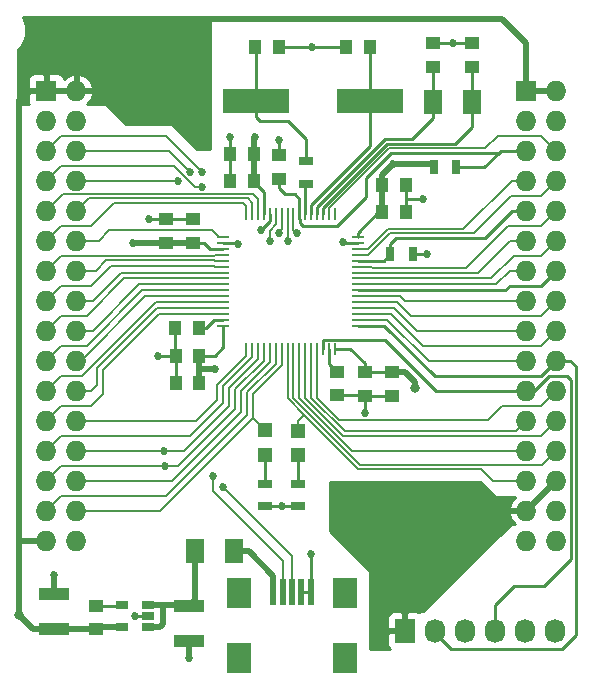
<source format=gtl>
G04 #@! TF.FileFunction,Copper,L1,Top,Signal*
%FSLAX46Y46*%
G04 Gerber Fmt 4.6, Leading zero omitted, Abs format (unit mm)*
G04 Created by KiCad (PCBNEW 4.0.0-rc1-stable) date 10/23/2015 7:55:34 PM*
%MOMM*%
G01*
G04 APERTURE LIST*
%ADD10C,0.100000*%
%ADD11R,0.250000X1.000000*%
%ADD12R,1.000000X0.250000*%
%ADD13R,1.060000X0.650000*%
%ADD14R,0.500380X2.301240*%
%ADD15R,1.998980X2.499360*%
%ADD16R,1.000000X1.250000*%
%ADD17R,1.250000X1.000000*%
%ADD18R,2.500000X1.000000*%
%ADD19R,1.198880X1.198880*%
%ADD20R,1.524000X2.032000*%
%ADD21R,1.727200X2.032000*%
%ADD22O,1.727200X2.032000*%
%ADD23R,1.727200X1.727200*%
%ADD24O,1.727200X1.727200*%
%ADD25R,0.700000X1.300000*%
%ADD26R,1.300000X0.700000*%
%ADD27R,5.600700X2.100580*%
%ADD28C,0.685800*%
%ADD29C,0.838200*%
%ADD30C,0.254000*%
%ADD31C,0.508000*%
%ADD32C,0.203200*%
G04 APERTURE END LIST*
D10*
D11*
X79061000Y-99329000D03*
X78561000Y-99329000D03*
X78061000Y-99329000D03*
X77561000Y-99329000D03*
X77061000Y-99329000D03*
X76561000Y-99329000D03*
X76061000Y-99329000D03*
X75561000Y-99329000D03*
X75061000Y-99329000D03*
X74561000Y-99329000D03*
X74061000Y-99329000D03*
X73561000Y-99329000D03*
X73061000Y-99329000D03*
X72561000Y-99329000D03*
X72061000Y-99329000D03*
X71561000Y-99329000D03*
D12*
X69611000Y-101279000D03*
X69611000Y-101779000D03*
X69611000Y-102279000D03*
X69611000Y-102779000D03*
X69611000Y-103279000D03*
X69611000Y-103779000D03*
X69611000Y-104279000D03*
X69611000Y-104779000D03*
X69611000Y-105279000D03*
X69611000Y-105779000D03*
X69611000Y-106279000D03*
X69611000Y-106779000D03*
X69611000Y-107279000D03*
X69611000Y-107779000D03*
X69611000Y-108279000D03*
X69611000Y-108779000D03*
D11*
X71561000Y-110729000D03*
X72061000Y-110729000D03*
X72561000Y-110729000D03*
X73061000Y-110729000D03*
X73561000Y-110729000D03*
X74061000Y-110729000D03*
X74561000Y-110729000D03*
X75061000Y-110729000D03*
X75561000Y-110729000D03*
X76061000Y-110729000D03*
X76561000Y-110729000D03*
X77061000Y-110729000D03*
X77561000Y-110729000D03*
X78061000Y-110729000D03*
X78561000Y-110729000D03*
X79061000Y-110729000D03*
D12*
X81011000Y-108779000D03*
X81011000Y-108279000D03*
X81011000Y-107779000D03*
X81011000Y-107279000D03*
X81011000Y-106779000D03*
X81011000Y-106279000D03*
X81011000Y-105779000D03*
X81011000Y-105279000D03*
X81011000Y-104779000D03*
X81011000Y-104279000D03*
X81011000Y-103779000D03*
X81011000Y-103279000D03*
X81011000Y-102779000D03*
X81011000Y-102279000D03*
X81011000Y-101779000D03*
X81011000Y-101279000D03*
D13*
X63203000Y-134300000D03*
X63203000Y-133350000D03*
X63203000Y-132400000D03*
X61003000Y-132400000D03*
X61003000Y-134300000D03*
D14*
X73837800Y-131297680D03*
X74637900Y-131297680D03*
X75438000Y-131297680D03*
X76238100Y-131297680D03*
X77038200Y-131297680D03*
D15*
X70987920Y-131396740D03*
X70987920Y-136895840D03*
X79888080Y-131396740D03*
X79888080Y-136895840D03*
D16*
X83058000Y-99187000D03*
X85058000Y-99187000D03*
X83058000Y-96901000D03*
X85058000Y-96901000D03*
D17*
X79248000Y-112665000D03*
X79248000Y-114665000D03*
X83874768Y-112689682D03*
X83874768Y-114689682D03*
X81588768Y-112721682D03*
X81588768Y-114721682D03*
D16*
X65564000Y-108966000D03*
X67564000Y-108966000D03*
D17*
X74295000Y-96361000D03*
X74295000Y-94361000D03*
D16*
X67595974Y-113617878D03*
X65595974Y-113617878D03*
X67579974Y-111331878D03*
X65579974Y-111331878D03*
X80042000Y-85217000D03*
X82042000Y-85217000D03*
X74295000Y-85217000D03*
X72295000Y-85217000D03*
D17*
X90678000Y-84852000D03*
X90678000Y-86852000D03*
X87376000Y-84852000D03*
X87376000Y-86852000D03*
X64741952Y-101750538D03*
X64741952Y-99750538D03*
X67027952Y-101750538D03*
X67027952Y-99750538D03*
D16*
X72204875Y-96507365D03*
X70204875Y-96507365D03*
X72204875Y-94221365D03*
X70204875Y-94221365D03*
D18*
X66675000Y-132485000D03*
X66675000Y-135485000D03*
D17*
X58801000Y-134477000D03*
X58801000Y-132477000D03*
D18*
X55245000Y-134469000D03*
X55245000Y-131469000D03*
D19*
X73152000Y-117602000D03*
X73152000Y-119700040D03*
D20*
X67183000Y-127889000D03*
X70485000Y-127889000D03*
D19*
X75946000Y-117662960D03*
X75946000Y-119761000D03*
D21*
X84963000Y-134620000D03*
D22*
X87503000Y-134620000D03*
X90043000Y-134620000D03*
X92583000Y-134620000D03*
X95123000Y-134620000D03*
X97663000Y-134620000D03*
D23*
X54610000Y-88900000D03*
D24*
X57150000Y-88900000D03*
X54610000Y-91440000D03*
X57150000Y-91440000D03*
X54610000Y-93980000D03*
X57150000Y-93980000D03*
X54610000Y-96520000D03*
X57150000Y-96520000D03*
X54610000Y-99060000D03*
X57150000Y-99060000D03*
X54610000Y-101600000D03*
X57150000Y-101600000D03*
X54610000Y-104140000D03*
X57150000Y-104140000D03*
X54610000Y-106680000D03*
X57150000Y-106680000D03*
X54610000Y-109220000D03*
X57150000Y-109220000D03*
X54610000Y-111760000D03*
X57150000Y-111760000D03*
X54610000Y-114300000D03*
X57150000Y-114300000D03*
X54610000Y-116840000D03*
X57150000Y-116840000D03*
X54610000Y-119380000D03*
X57150000Y-119380000D03*
X54610000Y-121920000D03*
X57150000Y-121920000D03*
X54610000Y-124460000D03*
X57150000Y-124460000D03*
X54610000Y-127000000D03*
X57150000Y-127000000D03*
D23*
X95250000Y-88900000D03*
D24*
X97790000Y-88900000D03*
X95250000Y-91440000D03*
X97790000Y-91440000D03*
X95250000Y-93980000D03*
X97790000Y-93980000D03*
X95250000Y-96520000D03*
X97790000Y-96520000D03*
X95250000Y-99060000D03*
X97790000Y-99060000D03*
X95250000Y-101600000D03*
X97790000Y-101600000D03*
X95250000Y-104140000D03*
X97790000Y-104140000D03*
X95250000Y-106680000D03*
X97790000Y-106680000D03*
X95250000Y-109220000D03*
X97790000Y-109220000D03*
X95250000Y-111760000D03*
X97790000Y-111760000D03*
X95250000Y-114300000D03*
X97790000Y-114300000D03*
X95250000Y-116840000D03*
X97790000Y-116840000D03*
X95250000Y-119380000D03*
X97790000Y-119380000D03*
X95250000Y-121920000D03*
X97790000Y-121920000D03*
X95250000Y-124460000D03*
X97790000Y-124460000D03*
X95250000Y-127000000D03*
X97790000Y-127000000D03*
D25*
X87442000Y-95377000D03*
X89342000Y-95377000D03*
D26*
X76581000Y-94869000D03*
X76581000Y-96769000D03*
D25*
X83759000Y-102743000D03*
X85659000Y-102743000D03*
D26*
X73152000Y-122179000D03*
X73152000Y-124079000D03*
X75946000Y-122174000D03*
X75946000Y-124074000D03*
D27*
X72367140Y-89789000D03*
X82064860Y-89789000D03*
D20*
X90714869Y-89808317D03*
X87412869Y-89808317D03*
D28*
X62103000Y-133350000D03*
X66675000Y-136906000D03*
X55245000Y-129921000D03*
X72771000Y-100711000D03*
X70866000Y-101854000D03*
X79756000Y-101727000D03*
X86868000Y-102743000D03*
X89027602Y-84852000D03*
X77038200Y-128066800D03*
X86487000Y-98044000D03*
X74563531Y-124079000D03*
X81588768Y-116150232D03*
X64055122Y-111331878D03*
X63317462Y-99750538D03*
X70204875Y-92837000D03*
X74295000Y-93091000D03*
X77167965Y-85217000D03*
X72263000Y-92837000D03*
X67564000Y-92837000D03*
X83947000Y-95123000D03*
X61999538Y-90320538D03*
X61999538Y-101750538D03*
X68882738Y-112473262D03*
D29*
X85852000Y-122682000D03*
X85852000Y-114046000D03*
X52324000Y-133306000D03*
D28*
X75819000Y-100965000D03*
X67818000Y-95758000D03*
X75057000Y-101600000D03*
X66802000Y-95758000D03*
X74295000Y-100965000D03*
X67818000Y-97028000D03*
X73533000Y-101600000D03*
X65786000Y-96520000D03*
X69596000Y-122428000D03*
X64653784Y-120650000D03*
X68707000Y-121539000D03*
X64633911Y-119380000D03*
D30*
X63203000Y-133350000D02*
X62103000Y-133350000D01*
D31*
X66675000Y-135485000D02*
X66675000Y-136906000D01*
X55245000Y-131469000D02*
X55245000Y-129921000D01*
D30*
X73561000Y-99329000D02*
X73561000Y-99940935D01*
X73561000Y-99940935D02*
X72936090Y-100565845D01*
X69611000Y-101779000D02*
X70791000Y-101779000D01*
X70791000Y-101779000D02*
X70866000Y-101854000D01*
X81011000Y-101779000D02*
X79808000Y-101779000D01*
X79808000Y-101779000D02*
X79756000Y-101727000D01*
X85659000Y-102743000D02*
X86868000Y-102743000D01*
X89027602Y-84852000D02*
X87376000Y-84852000D01*
X89799000Y-84852000D02*
X89027602Y-84852000D01*
X90678000Y-84852000D02*
X89799000Y-84852000D01*
X77038200Y-131297680D02*
X77038200Y-128066800D01*
X76238100Y-131297680D02*
X77038200Y-131297680D01*
X85058000Y-98056771D02*
X85058000Y-96901000D01*
X85058000Y-99187000D02*
X85058000Y-98056771D01*
X85058000Y-98056771D02*
X86474229Y-98056771D01*
X86474229Y-98056771D02*
X86487000Y-98044000D01*
X74563531Y-124079000D02*
X75941000Y-124079000D01*
X73152000Y-124079000D02*
X74563531Y-124079000D01*
X75941000Y-124079000D02*
X75946000Y-124074000D01*
X81588768Y-114721682D02*
X81588768Y-116150232D01*
X83874768Y-114689682D02*
X81620768Y-114689682D01*
X81620768Y-114689682D02*
X81588768Y-114721682D01*
X79248000Y-114665000D02*
X81532086Y-114665000D01*
X81532086Y-114665000D02*
X81588768Y-114721682D01*
X65579974Y-111331878D02*
X64055122Y-111331878D01*
X65579974Y-111331878D02*
X65579974Y-113601878D01*
X65579974Y-113601878D02*
X65595974Y-113617878D01*
X65564000Y-108966000D02*
X65564000Y-111315904D01*
X65564000Y-111315904D02*
X65579974Y-111331878D01*
X64741952Y-99750538D02*
X63317462Y-99750538D01*
X70204875Y-94221365D02*
X70204875Y-92810875D01*
X67027952Y-99750538D02*
X64741952Y-99750538D01*
X70204875Y-96507365D02*
X70204875Y-94221365D01*
X74295000Y-94361000D02*
X74295000Y-93091000D01*
X77167965Y-85217000D02*
X80042000Y-85217000D01*
X74295000Y-85217000D02*
X77167965Y-85217000D01*
X67564000Y-108966000D02*
X68170000Y-108966000D01*
X68170000Y-108966000D02*
X68857000Y-108279000D01*
X68857000Y-108279000D02*
X69611000Y-108279000D01*
X67870000Y-108660000D02*
X67564000Y-108966000D01*
X89342000Y-95377000D02*
X91694000Y-95377000D01*
X91694000Y-95377000D02*
X92938570Y-94132430D01*
X92714570Y-94132430D02*
X92938570Y-94132430D01*
X92938570Y-94132430D02*
X93091000Y-93980000D01*
X93091000Y-93980000D02*
X95250000Y-93980000D01*
X81661000Y-97917000D02*
X81661000Y-96266000D01*
X81661000Y-96266000D02*
X83794570Y-94132430D01*
X83794570Y-94132430D02*
X92938570Y-94132430D01*
X76061000Y-99329000D02*
X76061000Y-99707000D01*
X79248000Y-100330000D02*
X81661000Y-97917000D01*
X76061000Y-99707000D02*
X76073000Y-99719000D01*
X76073000Y-99719000D02*
X76073000Y-100076000D01*
X76073000Y-100076000D02*
X76327000Y-100330000D01*
X76327000Y-100330000D02*
X79248000Y-100330000D01*
X75692000Y-97663000D02*
X76061000Y-98032000D01*
X76061000Y-98032000D02*
X76061000Y-99329000D01*
X74843000Y-97663000D02*
X75692000Y-97663000D01*
X74295000Y-96361000D02*
X74295000Y-97115000D01*
X74295000Y-97115000D02*
X74843000Y-97663000D01*
X78561000Y-110729000D02*
X78561000Y-111978000D01*
X78561000Y-111978000D02*
X79248000Y-112665000D01*
D31*
X83947000Y-95123000D02*
X87188000Y-95123000D01*
X87188000Y-95123000D02*
X87442000Y-95377000D01*
X72204875Y-94221365D02*
X72204875Y-92895125D01*
X72204875Y-92895125D02*
X72263000Y-92837000D01*
X72204875Y-94221365D02*
X72204875Y-96507365D01*
X68580000Y-82804000D02*
X67310000Y-84074000D01*
X93218000Y-82804000D02*
X68580000Y-82804000D01*
X95250000Y-84836000D02*
X93218000Y-82804000D01*
X95250000Y-87528400D02*
X95250000Y-84836000D01*
X95250000Y-88900000D02*
X95250000Y-87528400D01*
X97790000Y-88900000D02*
X95250000Y-88900000D01*
X83058000Y-96901000D02*
X83058000Y-96012000D01*
X83058000Y-96012000D02*
X83947000Y-95123000D01*
X83058000Y-96901000D02*
X83058000Y-99187000D01*
X64741952Y-101750538D02*
X61999538Y-101750538D01*
X67027952Y-101750538D02*
X64741952Y-101750538D01*
X67595974Y-112473262D02*
X67595974Y-111347878D01*
X67595974Y-113617878D02*
X67595974Y-112473262D01*
X67595974Y-112473262D02*
X68882738Y-112473262D01*
X67595974Y-111347878D02*
X67579974Y-111331878D01*
X85852000Y-113533914D02*
X85852000Y-114046000D01*
X83874768Y-112689682D02*
X85007768Y-112689682D01*
X85007768Y-112689682D02*
X85852000Y-113533914D01*
X97790000Y-121920000D02*
X95250000Y-124460000D01*
X89408000Y-124460000D02*
X95250000Y-124460000D01*
X84963000Y-128905000D02*
X89408000Y-124460000D01*
X84963000Y-134620000D02*
X84963000Y-128905000D01*
X52324000Y-133306000D02*
X52324000Y-126973589D01*
X52324000Y-126973589D02*
X52324000Y-89662000D01*
X54610000Y-127000000D02*
X52350411Y-127000000D01*
X52350411Y-127000000D02*
X52324000Y-126973589D01*
X54610000Y-88900000D02*
X57150000Y-88900000D01*
X55245000Y-134469000D02*
X53487000Y-134469000D01*
X53487000Y-134469000D02*
X52324000Y-133306000D01*
X52324000Y-89662000D02*
X53086000Y-88900000D01*
X53086000Y-88900000D02*
X54610000Y-88900000D01*
X61003000Y-134300000D02*
X58978000Y-134300000D01*
D30*
X58978000Y-134300000D02*
X58801000Y-134477000D01*
D31*
X55245000Y-134469000D02*
X58793000Y-134469000D01*
D30*
X58793000Y-134469000D02*
X58801000Y-134477000D01*
X81011000Y-101279000D02*
X81011000Y-100900000D01*
X81011000Y-100900000D02*
X82724000Y-99187000D01*
X82724000Y-99187000D02*
X83058000Y-99187000D01*
X81588768Y-112721682D02*
X83842768Y-112721682D01*
X83842768Y-112721682D02*
X83874768Y-112689682D01*
X79061000Y-110729000D02*
X80350086Y-110729000D01*
X80350086Y-110729000D02*
X81588768Y-111967682D01*
X81588768Y-111967682D02*
X81588768Y-112721682D01*
X69611000Y-108779000D02*
X69611000Y-110602000D01*
X69611000Y-110602000D02*
X68881122Y-111331878D01*
X68881122Y-111331878D02*
X67579974Y-111331878D01*
X73061000Y-99329000D02*
X73061000Y-97488490D01*
X73061000Y-97488490D02*
X72204875Y-96632365D01*
X72204875Y-96632365D02*
X72204875Y-96507365D01*
X68497000Y-102279000D02*
X67968538Y-101750538D01*
X67968538Y-101750538D02*
X67027952Y-101750538D01*
X69611000Y-102279000D02*
X68497000Y-102279000D01*
X77061000Y-99329000D02*
X77061000Y-98575000D01*
X77061000Y-98575000D02*
X82064860Y-93571140D01*
X82064860Y-93571140D02*
X82064860Y-91093290D01*
X82064860Y-91093290D02*
X82064860Y-89789000D01*
X82064860Y-89789000D02*
X82064860Y-85239860D01*
X82064860Y-85239860D02*
X82042000Y-85217000D01*
X72367140Y-89789000D02*
X72367140Y-91093290D01*
X72367140Y-91093290D02*
X72713850Y-91440000D01*
X75057000Y-91440000D02*
X76581000Y-92964000D01*
X72713850Y-91440000D02*
X75057000Y-91440000D01*
X76581000Y-92964000D02*
X76581000Y-94869000D01*
X72367140Y-89789000D02*
X72367140Y-85289140D01*
X72367140Y-85289140D02*
X72295000Y-85217000D01*
X78061000Y-99329000D02*
X78061000Y-98775828D01*
X90714869Y-90895131D02*
X90714869Y-89808317D01*
X78061000Y-98775828D02*
X83466418Y-93370410D01*
X83466418Y-93370410D02*
X89218721Y-93370410D01*
X89218721Y-93370410D02*
X90678000Y-91911131D01*
X90678000Y-91911131D02*
X90678000Y-90932000D01*
X90678000Y-90932000D02*
X90714869Y-90895131D01*
X90714869Y-89808317D02*
X90714869Y-86888869D01*
X90714869Y-86888869D02*
X90678000Y-86852000D01*
X83298078Y-92964000D02*
X85598000Y-92964000D01*
X77561000Y-99329000D02*
X77561000Y-98701078D01*
X77561000Y-98701078D02*
X83298078Y-92964000D01*
X87412869Y-91149131D02*
X87412869Y-89808317D01*
X85598000Y-92964000D02*
X87412869Y-91149131D01*
X87412869Y-89808317D02*
X87412869Y-86888869D01*
X87412869Y-86888869D02*
X87376000Y-86852000D01*
D31*
X63203000Y-132400000D02*
X64539000Y-132400000D01*
X64539000Y-134002000D02*
X64539000Y-132400000D01*
X64539000Y-132400000D02*
X66590000Y-132400000D01*
X63203000Y-134300000D02*
X64241000Y-134300000D01*
X64241000Y-134300000D02*
X64539000Y-134002000D01*
X66590000Y-132400000D02*
X66675000Y-132485000D01*
X67183000Y-127889000D02*
X67183000Y-131977000D01*
X67183000Y-131977000D02*
X66675000Y-132485000D01*
D30*
X58801000Y-132477000D02*
X60926000Y-132477000D01*
X60926000Y-132477000D02*
X61003000Y-132400000D01*
D32*
X69611000Y-107279000D02*
X64044000Y-107279000D01*
X64044000Y-107279000D02*
X58928000Y-112395000D01*
X58928000Y-112395000D02*
X58928000Y-113792000D01*
X58928000Y-113792000D02*
X58420000Y-114300000D01*
X58420000Y-114300000D02*
X57150000Y-114300000D01*
D30*
X73152000Y-119700040D02*
X73152000Y-122179000D01*
D31*
X70485000Y-127889000D02*
X71755000Y-127889000D01*
X71755000Y-127889000D02*
X73837800Y-129971800D01*
X73837800Y-129971800D02*
X73837800Y-131297680D01*
D32*
X58420000Y-115570000D02*
X55880000Y-115570000D01*
X55880000Y-115570000D02*
X54610000Y-116840000D01*
X59436000Y-114554000D02*
X58420000Y-115570000D01*
X59436000Y-112522000D02*
X59436000Y-114554000D01*
X64179000Y-107779000D02*
X59436000Y-112522000D01*
X69611000Y-107779000D02*
X64179000Y-107779000D01*
D30*
X75946000Y-119761000D02*
X75946000Y-122174000D01*
X97790000Y-111760000D02*
X99011314Y-111760000D01*
X99466410Y-134975590D02*
X98298000Y-136144000D01*
X99011314Y-111760000D02*
X99466410Y-112215096D01*
X99466410Y-112215096D02*
X99466410Y-134975590D01*
X98298000Y-136144000D02*
X88874600Y-136144000D01*
X88874600Y-136144000D02*
X87503000Y-134772400D01*
X87503000Y-134772400D02*
X87503000Y-134620000D01*
X87503000Y-113030000D02*
X96520000Y-113030000D01*
X96520000Y-113030000D02*
X97790000Y-111760000D01*
X83252000Y-108779000D02*
X87503000Y-113030000D01*
X81011000Y-108779000D02*
X83252000Y-108779000D01*
X92583000Y-134620000D02*
X92583000Y-132461000D01*
X92583000Y-132461000D02*
X94234000Y-130810000D01*
X98679000Y-113030000D02*
X97155000Y-113030000D01*
X94234000Y-130810000D02*
X96774000Y-130810000D01*
X96774000Y-130810000D02*
X99060000Y-128524000D01*
X99060000Y-113411000D02*
X98679000Y-113030000D01*
X99060000Y-128524000D02*
X99060000Y-113411000D01*
X97155000Y-113030000D02*
X95885000Y-114300000D01*
X95885000Y-114300000D02*
X95250000Y-114300000D01*
X87630000Y-114300000D02*
X95250000Y-114300000D01*
X83279599Y-109949599D02*
X87630000Y-114300000D01*
X78061000Y-110729000D02*
X78061000Y-109975000D01*
X78061000Y-109975000D02*
X78086401Y-109949599D01*
X78086401Y-109949599D02*
X83279599Y-109949599D01*
X97790000Y-104140000D02*
X96520000Y-105410000D01*
X96520000Y-105410000D02*
X93853000Y-105410000D01*
X93853000Y-105410000D02*
X93484000Y-105779000D01*
X93484000Y-105779000D02*
X81011000Y-105779000D01*
D32*
X94234000Y-102870000D02*
X96520000Y-102870000D01*
X96520000Y-102870000D02*
X97790000Y-101600000D01*
X92325000Y-104779000D02*
X94234000Y-102870000D01*
X81011000Y-104779000D02*
X92325000Y-104779000D01*
X91174000Y-104279000D02*
X93853000Y-101600000D01*
X93853000Y-101600000D02*
X95250000Y-101600000D01*
X81011000Y-104279000D02*
X91174000Y-104279000D01*
X93726000Y-100330000D02*
X96520000Y-100330000D01*
X96520000Y-100330000D02*
X97790000Y-99060000D01*
X90170000Y-103886000D02*
X93726000Y-100330000D01*
X82256000Y-103886000D02*
X90170000Y-103886000D01*
X82149000Y-103779000D02*
X82256000Y-103886000D01*
X81011000Y-103779000D02*
X82149000Y-103779000D01*
D30*
X95250000Y-99060000D02*
X94028686Y-99060000D01*
X94028686Y-99060000D02*
X91742686Y-101346000D01*
X91742686Y-101346000D02*
X84252000Y-101346000D01*
X84252000Y-101346000D02*
X83759000Y-101839000D01*
X83759000Y-101839000D02*
X83759000Y-102743000D01*
X81011000Y-103279000D02*
X83223000Y-103279000D01*
X83223000Y-103279000D02*
X83759000Y-102743000D01*
D32*
X97790000Y-96520000D02*
X96520000Y-97790000D01*
X96520000Y-97790000D02*
X93980000Y-97790000D01*
X81879000Y-102779000D02*
X81011000Y-102779000D01*
X93980000Y-97790000D02*
X90805010Y-100964990D01*
X90805010Y-100964990D02*
X84074010Y-100964990D01*
X84074010Y-100964990D02*
X84074000Y-100965000D01*
X84074000Y-100965000D02*
X83693000Y-100965000D01*
X83693000Y-100965000D02*
X81879000Y-102779000D01*
X83540620Y-100609380D02*
X81871000Y-102279000D01*
X81871000Y-102279000D02*
X81011000Y-102279000D01*
X95250000Y-96520000D02*
X94028686Y-96520000D01*
X94028686Y-96520000D02*
X89939306Y-100609380D01*
X89939306Y-100609380D02*
X83540620Y-100609380D01*
X78561000Y-99329000D02*
X78561000Y-98814656D01*
X83624236Y-93751420D02*
X91795580Y-93751420D01*
X78561000Y-98814656D02*
X83624236Y-93751420D01*
X91795580Y-93751420D02*
X92837000Y-92710000D01*
X92837000Y-92710000D02*
X96520000Y-92710000D01*
X96520000Y-92710000D02*
X97790000Y-93980000D01*
X54610000Y-93980000D02*
X55880000Y-92710000D01*
X55880000Y-92710000D02*
X64770000Y-92710000D01*
X64770000Y-92710000D02*
X64922399Y-92862399D01*
X64922399Y-92862399D02*
X67818000Y-95758000D01*
X75692000Y-100838000D02*
X75561000Y-100707000D01*
X75561000Y-100707000D02*
X75561000Y-99329000D01*
X65024000Y-93980000D02*
X66802000Y-95758000D01*
X75061000Y-99329000D02*
X75061000Y-101596000D01*
X75061000Y-101596000D02*
X75057000Y-101600000D01*
X57150000Y-93980000D02*
X65024000Y-93980000D01*
X65410586Y-95250000D02*
X67188586Y-97028000D01*
X67188586Y-97028000D02*
X67818000Y-97028000D01*
X74295000Y-100838000D02*
X74561000Y-100572000D01*
X74561000Y-100572000D02*
X74561000Y-100445000D01*
X74295000Y-100965000D02*
X74295000Y-100838000D01*
X74561000Y-100445000D02*
X74561000Y-99329000D01*
X55880000Y-95250000D02*
X65410586Y-95250000D01*
X54610000Y-96520000D02*
X55880000Y-95250000D01*
X74061000Y-100032200D02*
X74061000Y-100188586D01*
X74061000Y-100188586D02*
X73533000Y-100716586D01*
X73533000Y-101600000D02*
X73533000Y-100716586D01*
X74061000Y-100061586D02*
X74061000Y-100032200D01*
X74061000Y-100032200D02*
X74061000Y-99329000D01*
X57150000Y-96520000D02*
X65786000Y-96520000D01*
X72561000Y-99329000D02*
X72561000Y-98088000D01*
X72110601Y-97637601D02*
X56032399Y-97637601D01*
X72561000Y-98088000D02*
X72110601Y-97637601D01*
X56032399Y-97637601D02*
X55473599Y-98196401D01*
X55473599Y-98196401D02*
X54610000Y-99060000D01*
X71704211Y-97993211D02*
X58216789Y-97993211D01*
X58216789Y-97993211D02*
X57150000Y-99060000D01*
X72061000Y-98350000D02*
X71704211Y-97993211D01*
X72061000Y-99329000D02*
X72061000Y-98350000D01*
X58420000Y-100330000D02*
X55880000Y-100330000D01*
X55880000Y-100330000D02*
X54610000Y-101600000D01*
X60401179Y-98348821D02*
X58420000Y-100330000D01*
X71284021Y-98348821D02*
X60401179Y-98348821D01*
X71561000Y-99329000D02*
X71561000Y-98625800D01*
X71561000Y-98625800D02*
X71284021Y-98348821D01*
X59944000Y-100711000D02*
X59055000Y-101600000D01*
X59055000Y-101600000D02*
X57150000Y-101600000D01*
X68668000Y-100711000D02*
X59944000Y-100711000D01*
X69611000Y-101279000D02*
X69236000Y-101279000D01*
X69236000Y-101279000D02*
X68668000Y-100711000D01*
X69611000Y-102779000D02*
X68907800Y-102779000D01*
X68907800Y-102779000D02*
X68816800Y-102870000D01*
X68816800Y-102870000D02*
X55880000Y-102870000D01*
X55880000Y-102870000D02*
X54610000Y-104140000D01*
X59690000Y-103251000D02*
X58801000Y-104140000D01*
X58801000Y-104140000D02*
X57150000Y-104140000D01*
X68879800Y-103251000D02*
X59690000Y-103251000D01*
X69611000Y-103279000D02*
X68907800Y-103279000D01*
X68907800Y-103279000D02*
X68879800Y-103251000D01*
X58420000Y-105410000D02*
X55880000Y-105410000D01*
X55880000Y-105410000D02*
X54610000Y-106680000D01*
X60071000Y-103759000D02*
X58420000Y-105410000D01*
X68887800Y-103759000D02*
X60071000Y-103759000D01*
X69611000Y-103779000D02*
X68907800Y-103779000D01*
X68907800Y-103779000D02*
X68887800Y-103759000D01*
X60948000Y-104279000D02*
X58547000Y-106680000D01*
X58547000Y-106680000D02*
X57150000Y-106680000D01*
X69611000Y-104279000D02*
X60948000Y-104279000D01*
X58039000Y-107950000D02*
X55880000Y-107950000D01*
X55880000Y-107950000D02*
X54610000Y-109220000D01*
X61214000Y-104775000D02*
X58039000Y-107950000D01*
X68903800Y-104775000D02*
X61214000Y-104775000D01*
X69611000Y-104779000D02*
X68907800Y-104779000D01*
X68907800Y-104779000D02*
X68903800Y-104775000D01*
X62484000Y-105283000D02*
X58547000Y-109220000D01*
X58547000Y-109220000D02*
X57150000Y-109220000D01*
X69342000Y-105283000D02*
X62484000Y-105283000D01*
X69611000Y-105279000D02*
X69346000Y-105279000D01*
X69346000Y-105279000D02*
X69342000Y-105283000D01*
X58039000Y-110490000D02*
X55880000Y-110490000D01*
X55880000Y-110490000D02*
X54610000Y-111760000D01*
X62750000Y-105779000D02*
X58039000Y-110490000D01*
X69611000Y-105779000D02*
X62750000Y-105779000D01*
X69611000Y-106279000D02*
X63012000Y-106279000D01*
X63012000Y-106279000D02*
X57531000Y-111760000D01*
X57531000Y-111760000D02*
X57150000Y-111760000D01*
X57658000Y-113030000D02*
X55880000Y-113030000D01*
X55880000Y-113030000D02*
X54610000Y-114300000D01*
X63909000Y-106779000D02*
X57658000Y-113030000D01*
X69611000Y-106779000D02*
X63909000Y-106779000D01*
X92714000Y-105279000D02*
X93853000Y-104140000D01*
X93853000Y-104140000D02*
X95250000Y-104140000D01*
X81011000Y-105279000D02*
X92714000Y-105279000D01*
X84562000Y-106279000D02*
X84963000Y-106680000D01*
X84963000Y-106680000D02*
X95250000Y-106680000D01*
X81011000Y-106279000D02*
X84562000Y-106279000D01*
X85471000Y-107950000D02*
X84300000Y-106779000D01*
X84300000Y-106779000D02*
X81011000Y-106779000D01*
X96520000Y-107950000D02*
X85471000Y-107950000D01*
X97790000Y-106680000D02*
X96520000Y-107950000D01*
X85979000Y-109220000D02*
X95250000Y-109220000D01*
X84038000Y-107279000D02*
X85979000Y-109220000D01*
X81011000Y-107279000D02*
X84038000Y-107279000D01*
X97790000Y-109220000D02*
X96520000Y-110490000D01*
X96520000Y-110490000D02*
X86487000Y-110490000D01*
X86487000Y-110490000D02*
X83776000Y-107779000D01*
X83776000Y-107779000D02*
X81011000Y-107779000D01*
X86995000Y-111760000D02*
X95250000Y-111760000D01*
X83514000Y-108279000D02*
X86995000Y-111760000D01*
X81011000Y-108279000D02*
X83514000Y-108279000D01*
X93218000Y-115570000D02*
X96520000Y-115570000D01*
X96520000Y-115570000D02*
X97790000Y-114300000D01*
X92040867Y-116747133D02*
X93218000Y-115570000D01*
X77561000Y-114904092D02*
X79404041Y-116747133D01*
X79404041Y-116747133D02*
X92040867Y-116747133D01*
X77561000Y-110729000D02*
X77561000Y-114904092D01*
X77061000Y-110729000D02*
X77061000Y-114907000D01*
X77061000Y-114907000D02*
X79883000Y-117729000D01*
X79883000Y-117729000D02*
X94361000Y-117729000D01*
X94361000Y-117729000D02*
X95250000Y-116840000D01*
X76561000Y-110729000D02*
X76561000Y-114915000D01*
X76561000Y-114915000D02*
X79756000Y-118110000D01*
X79756000Y-118110000D02*
X96520000Y-118110000D01*
X96520000Y-118110000D02*
X97790000Y-116840000D01*
X76061000Y-110729000D02*
X76061000Y-114923000D01*
X76061000Y-114923000D02*
X80518000Y-119380000D01*
X80518000Y-119380000D02*
X94028686Y-119380000D01*
X94028686Y-119380000D02*
X95250000Y-119380000D01*
X75561000Y-110729000D02*
X75561000Y-114936092D01*
X75561000Y-114936092D02*
X81173298Y-120548390D01*
X81173298Y-120548390D02*
X96621610Y-120548390D01*
X96621610Y-120548390D02*
X97790000Y-119380000D01*
X75061000Y-114939000D02*
X76447579Y-116325579D01*
X76447579Y-116325579D02*
X81026000Y-120904000D01*
X75946000Y-116860320D02*
X76447579Y-116358741D01*
X75946000Y-117662960D02*
X75946000Y-116860320D01*
X76447579Y-116358741D02*
X76447579Y-116325579D01*
X75061000Y-110729000D02*
X75061000Y-114939000D01*
X81026000Y-120904000D02*
X91440000Y-120904000D01*
X91440000Y-120904000D02*
X92456000Y-121920000D01*
X92456000Y-121920000D02*
X95250000Y-121920000D01*
X72136000Y-116586000D02*
X73152000Y-117602000D01*
X64262000Y-124460000D02*
X57150000Y-124460000D01*
X72136000Y-116586000D02*
X64262000Y-124460000D01*
X72136000Y-114554000D02*
X72136000Y-116586000D01*
X74549000Y-112141000D02*
X72136000Y-114554000D01*
X74549000Y-111444200D02*
X74549000Y-112141000D01*
X74561000Y-110729000D02*
X74561000Y-111432200D01*
X74561000Y-111432200D02*
X74549000Y-111444200D01*
X64770000Y-123190000D02*
X55880000Y-123190000D01*
X55880000Y-123190000D02*
X54610000Y-124460000D01*
X71628000Y-116332000D02*
X64770000Y-123190000D01*
X71628000Y-114427000D02*
X71628000Y-116332000D01*
X74061000Y-111994000D02*
X71628000Y-114427000D01*
X74061000Y-110729000D02*
X74061000Y-111994000D01*
X71120000Y-116078000D02*
X65278000Y-121920000D01*
X65278000Y-121920000D02*
X57150000Y-121920000D01*
X71120000Y-114300000D02*
X71120000Y-116078000D01*
X73561000Y-111859000D02*
X71120000Y-114300000D01*
X73561000Y-110729000D02*
X73561000Y-111859000D01*
X75438000Y-131297680D02*
X75438000Y-128270000D01*
X75438000Y-128270000D02*
X69596000Y-122428000D01*
X64653784Y-120650000D02*
X55880000Y-120650000D01*
X65786000Y-120650000D02*
X64653784Y-120650000D01*
X73061000Y-110729000D02*
X73061000Y-111724000D01*
X73061000Y-111724000D02*
X70612000Y-114173000D01*
X70612000Y-114173000D02*
X70612000Y-115824000D01*
X70612000Y-115824000D02*
X65786000Y-120650000D01*
X55880000Y-120650000D02*
X54610000Y-121920000D01*
X74637900Y-128739900D02*
X68707000Y-122809000D01*
X68707000Y-122809000D02*
X68707000Y-121539000D01*
X74637900Y-131297680D02*
X74637900Y-128739900D01*
X74676000Y-131259580D02*
X74637900Y-131297680D01*
X64633911Y-119380000D02*
X57150000Y-119380000D01*
X66294000Y-119380000D02*
X64633911Y-119380000D01*
X72561000Y-110729000D02*
X72561000Y-111589000D01*
X72561000Y-111589000D02*
X70104000Y-114046000D01*
X70104000Y-114046000D02*
X70104000Y-115570000D01*
X70104000Y-115570000D02*
X66294000Y-119380000D01*
X66802000Y-118110000D02*
X55880000Y-118110000D01*
X55880000Y-118110000D02*
X54610000Y-119380000D01*
X69596000Y-115316000D02*
X66802000Y-118110000D01*
X69596000Y-113897200D02*
X69596000Y-115316000D01*
X72061000Y-110729000D02*
X72061000Y-111432200D01*
X72061000Y-111432200D02*
X69596000Y-113897200D01*
X71561000Y-110729000D02*
X71561000Y-111319000D01*
X67310000Y-116840000D02*
X57150000Y-116840000D01*
X71561000Y-111319000D02*
X69088000Y-113792000D01*
X69088000Y-113792000D02*
X69088000Y-115062000D01*
X69088000Y-115062000D02*
X67310000Y-116840000D01*
X71561000Y-110729000D02*
X71561000Y-111104000D01*
D30*
X76561000Y-99329000D02*
X76561000Y-96789000D01*
X76561000Y-96789000D02*
X76581000Y-96769000D01*
G36*
X92620197Y-123279803D02*
X92662211Y-123307666D01*
X92710000Y-123317000D01*
X94303257Y-123317000D01*
X93967312Y-123685053D01*
X93795042Y-124100974D01*
X93916183Y-124333000D01*
X95123000Y-124333000D01*
X95123000Y-124587000D01*
X93916183Y-124587000D01*
X93795042Y-124819026D01*
X93967312Y-125234947D01*
X94303257Y-125603000D01*
X93980000Y-125603000D01*
X93930590Y-125613006D01*
X93890197Y-125640197D01*
X86561394Y-132969000D01*
X86233000Y-132969000D01*
X86183590Y-132979006D01*
X86141965Y-133007447D01*
X86121712Y-133038920D01*
X85952910Y-132969000D01*
X85248750Y-132969000D01*
X85090000Y-133127750D01*
X85090000Y-134493000D01*
X85110000Y-134493000D01*
X85110000Y-134747000D01*
X85090000Y-134747000D01*
X85090000Y-134767000D01*
X84836000Y-134767000D01*
X84836000Y-134747000D01*
X83623150Y-134747000D01*
X83464400Y-134905750D01*
X83464400Y-135762309D01*
X83561073Y-135995698D01*
X83709374Y-136144000D01*
X82042000Y-136144000D01*
X82042000Y-133477691D01*
X83464400Y-133477691D01*
X83464400Y-134334250D01*
X83623150Y-134493000D01*
X84836000Y-134493000D01*
X84836000Y-133127750D01*
X84677250Y-132969000D01*
X83973090Y-132969000D01*
X83739701Y-133065673D01*
X83561073Y-133244302D01*
X83464400Y-133477691D01*
X82042000Y-133477691D01*
X82042000Y-129667000D01*
X82031994Y-129617590D01*
X82004803Y-129577197D01*
X78613000Y-126185394D01*
X78613000Y-122047000D01*
X91387394Y-122047000D01*
X92620197Y-123279803D01*
X92620197Y-123279803D01*
G37*
X92620197Y-123279803D02*
X92662211Y-123307666D01*
X92710000Y-123317000D01*
X94303257Y-123317000D01*
X93967312Y-123685053D01*
X93795042Y-124100974D01*
X93916183Y-124333000D01*
X95123000Y-124333000D01*
X95123000Y-124587000D01*
X93916183Y-124587000D01*
X93795042Y-124819026D01*
X93967312Y-125234947D01*
X94303257Y-125603000D01*
X93980000Y-125603000D01*
X93930590Y-125613006D01*
X93890197Y-125640197D01*
X86561394Y-132969000D01*
X86233000Y-132969000D01*
X86183590Y-132979006D01*
X86141965Y-133007447D01*
X86121712Y-133038920D01*
X85952910Y-132969000D01*
X85248750Y-132969000D01*
X85090000Y-133127750D01*
X85090000Y-134493000D01*
X85110000Y-134493000D01*
X85110000Y-134747000D01*
X85090000Y-134747000D01*
X85090000Y-134767000D01*
X84836000Y-134767000D01*
X84836000Y-134747000D01*
X83623150Y-134747000D01*
X83464400Y-134905750D01*
X83464400Y-135762309D01*
X83561073Y-135995698D01*
X83709374Y-136144000D01*
X82042000Y-136144000D01*
X82042000Y-133477691D01*
X83464400Y-133477691D01*
X83464400Y-134334250D01*
X83623150Y-134493000D01*
X84836000Y-134493000D01*
X84836000Y-133127750D01*
X84677250Y-132969000D01*
X83973090Y-132969000D01*
X83739701Y-133065673D01*
X83561073Y-133244302D01*
X83464400Y-133477691D01*
X82042000Y-133477691D01*
X82042000Y-129667000D01*
X82031994Y-129617590D01*
X82004803Y-129577197D01*
X78613000Y-126185394D01*
X78613000Y-122047000D01*
X91387394Y-122047000D01*
X92620197Y-123279803D01*
G36*
X68453000Y-93853000D02*
X67362606Y-93853000D01*
X65240803Y-91731197D01*
X65198789Y-91703334D01*
X65151000Y-91694000D01*
X61393606Y-91694000D01*
X59779803Y-90080197D01*
X59737789Y-90052334D01*
X59690000Y-90043000D01*
X58096743Y-90043000D01*
X58432688Y-89674947D01*
X58604958Y-89259026D01*
X58483817Y-89027000D01*
X57277000Y-89027000D01*
X57277000Y-89047000D01*
X57023000Y-89047000D01*
X57023000Y-89027000D01*
X54737000Y-89027000D01*
X54737000Y-89047000D01*
X54483000Y-89047000D01*
X54483000Y-89027000D01*
X53270150Y-89027000D01*
X53111400Y-89185750D01*
X53111400Y-89889910D01*
X53174812Y-90043000D01*
X52197000Y-90043000D01*
X52197000Y-87910090D01*
X53111400Y-87910090D01*
X53111400Y-88614250D01*
X53270150Y-88773000D01*
X54483000Y-88773000D01*
X54483000Y-87560150D01*
X54737000Y-87560150D01*
X54737000Y-88773000D01*
X57023000Y-88773000D01*
X57023000Y-87565531D01*
X57277000Y-87565531D01*
X57277000Y-88773000D01*
X58483817Y-88773000D01*
X58604958Y-88540974D01*
X58432688Y-88125053D01*
X58038490Y-87693179D01*
X57509027Y-87445032D01*
X57277000Y-87565531D01*
X57023000Y-87565531D01*
X56790973Y-87445032D01*
X56261510Y-87693179D01*
X56094529Y-87876119D01*
X56011927Y-87676701D01*
X55833298Y-87498073D01*
X55599909Y-87401400D01*
X54895750Y-87401400D01*
X54737000Y-87560150D01*
X54483000Y-87560150D01*
X54324250Y-87401400D01*
X53620091Y-87401400D01*
X53386702Y-87498073D01*
X53208073Y-87676701D01*
X53111400Y-87910090D01*
X52197000Y-87910090D01*
X52197000Y-85442150D01*
X52608909Y-85030959D01*
X52934628Y-84246541D01*
X52935370Y-83397185D01*
X52637795Y-82677000D01*
X68453000Y-82677000D01*
X68453000Y-93853000D01*
X68453000Y-93853000D01*
G37*
X68453000Y-93853000D02*
X67362606Y-93853000D01*
X65240803Y-91731197D01*
X65198789Y-91703334D01*
X65151000Y-91694000D01*
X61393606Y-91694000D01*
X59779803Y-90080197D01*
X59737789Y-90052334D01*
X59690000Y-90043000D01*
X58096743Y-90043000D01*
X58432688Y-89674947D01*
X58604958Y-89259026D01*
X58483817Y-89027000D01*
X57277000Y-89027000D01*
X57277000Y-89047000D01*
X57023000Y-89047000D01*
X57023000Y-89027000D01*
X54737000Y-89027000D01*
X54737000Y-89047000D01*
X54483000Y-89047000D01*
X54483000Y-89027000D01*
X53270150Y-89027000D01*
X53111400Y-89185750D01*
X53111400Y-89889910D01*
X53174812Y-90043000D01*
X52197000Y-90043000D01*
X52197000Y-87910090D01*
X53111400Y-87910090D01*
X53111400Y-88614250D01*
X53270150Y-88773000D01*
X54483000Y-88773000D01*
X54483000Y-87560150D01*
X54737000Y-87560150D01*
X54737000Y-88773000D01*
X57023000Y-88773000D01*
X57023000Y-87565531D01*
X57277000Y-87565531D01*
X57277000Y-88773000D01*
X58483817Y-88773000D01*
X58604958Y-88540974D01*
X58432688Y-88125053D01*
X58038490Y-87693179D01*
X57509027Y-87445032D01*
X57277000Y-87565531D01*
X57023000Y-87565531D01*
X56790973Y-87445032D01*
X56261510Y-87693179D01*
X56094529Y-87876119D01*
X56011927Y-87676701D01*
X55833298Y-87498073D01*
X55599909Y-87401400D01*
X54895750Y-87401400D01*
X54737000Y-87560150D01*
X54483000Y-87560150D01*
X54324250Y-87401400D01*
X53620091Y-87401400D01*
X53386702Y-87498073D01*
X53208073Y-87676701D01*
X53111400Y-87910090D01*
X52197000Y-87910090D01*
X52197000Y-85442150D01*
X52608909Y-85030959D01*
X52934628Y-84246541D01*
X52935370Y-83397185D01*
X52637795Y-82677000D01*
X68453000Y-82677000D01*
X68453000Y-93853000D01*
M02*

</source>
